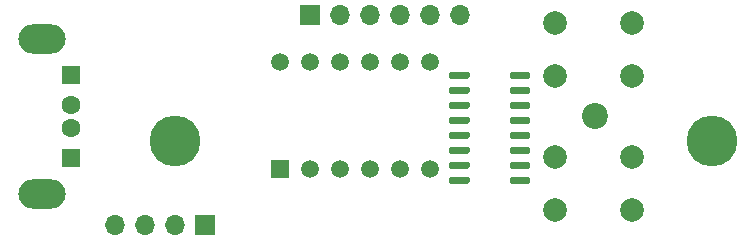
<source format=gbs>
%TF.GenerationSoftware,KiCad,Pcbnew,(5.1.12)-1*%
%TF.CreationDate,2023-03-04T08:28:37+01:00*%
%TF.ProjectId,Front_USB,46726f6e-745f-4555-9342-2e6b69636164,rev?*%
%TF.SameCoordinates,PX548a170PY45a45e8*%
%TF.FileFunction,Soldermask,Bot*%
%TF.FilePolarity,Negative*%
%FSLAX46Y46*%
G04 Gerber Fmt 4.6, Leading zero omitted, Abs format (unit mm)*
G04 Created by KiCad (PCBNEW (5.1.12)-1) date 2023-03-04 08:28:37*
%MOMM*%
%LPD*%
G01*
G04 APERTURE LIST*
%ADD10O,4.000000X2.500000*%
%ADD11R,1.600000X1.600000*%
%ADD12C,1.600000*%
%ADD13C,2.200000*%
%ADD14C,4.300000*%
%ADD15C,1.500000*%
%ADD16R,1.500000X1.500000*%
%ADD17O,1.700000X1.700000*%
%ADD18R,1.700000X1.700000*%
%ADD19C,2.000000*%
G04 APERTURE END LIST*
D10*
%TO.C,J1*%
X4231000Y17690000D03*
X4231000Y4550000D03*
D11*
X6731000Y14620000D03*
D12*
X6731000Y12120000D03*
X6731000Y10120000D03*
D11*
X6731000Y7620000D03*
%TD*%
D13*
%TO.C,H3*%
X51054000Y11112500D03*
%TD*%
D14*
%TO.C,H2*%
X60960000Y9017000D03*
%TD*%
%TO.C,H1*%
X15494000Y9017000D03*
%TD*%
D15*
%TO.C,DISP1*%
X24384000Y15684500D03*
X26924000Y15684500D03*
X29464000Y15684500D03*
X32004000Y15684500D03*
X34544000Y15684500D03*
X37084000Y15684500D03*
X37084000Y6667500D03*
X34544000Y6667500D03*
X32004000Y6667500D03*
X29464000Y6667500D03*
X26924000Y6667500D03*
D16*
X24384000Y6667500D03*
%TD*%
D17*
%TO.C,J3*%
X39624000Y19685000D03*
X37084000Y19685000D03*
X34544000Y19685000D03*
X32004000Y19685000D03*
X29464000Y19685000D03*
D18*
X26924000Y19685000D03*
%TD*%
D17*
%TO.C,J2*%
X10414000Y1905000D03*
X12954000Y1905000D03*
X15494000Y1905000D03*
D18*
X18034000Y1905000D03*
%TD*%
%TO.C,U1*%
G36*
G01*
X40464000Y14755000D02*
X40464000Y14455000D01*
G75*
G02*
X40314000Y14305000I-150000J0D01*
G01*
X38864000Y14305000D01*
G75*
G02*
X38714000Y14455000I0J150000D01*
G01*
X38714000Y14755000D01*
G75*
G02*
X38864000Y14905000I150000J0D01*
G01*
X40314000Y14905000D01*
G75*
G02*
X40464000Y14755000I0J-150000D01*
G01*
G37*
G36*
G01*
X40464000Y13485000D02*
X40464000Y13185000D01*
G75*
G02*
X40314000Y13035000I-150000J0D01*
G01*
X38864000Y13035000D01*
G75*
G02*
X38714000Y13185000I0J150000D01*
G01*
X38714000Y13485000D01*
G75*
G02*
X38864000Y13635000I150000J0D01*
G01*
X40314000Y13635000D01*
G75*
G02*
X40464000Y13485000I0J-150000D01*
G01*
G37*
G36*
G01*
X40464000Y12215000D02*
X40464000Y11915000D01*
G75*
G02*
X40314000Y11765000I-150000J0D01*
G01*
X38864000Y11765000D01*
G75*
G02*
X38714000Y11915000I0J150000D01*
G01*
X38714000Y12215000D01*
G75*
G02*
X38864000Y12365000I150000J0D01*
G01*
X40314000Y12365000D01*
G75*
G02*
X40464000Y12215000I0J-150000D01*
G01*
G37*
G36*
G01*
X40464000Y10945000D02*
X40464000Y10645000D01*
G75*
G02*
X40314000Y10495000I-150000J0D01*
G01*
X38864000Y10495000D01*
G75*
G02*
X38714000Y10645000I0J150000D01*
G01*
X38714000Y10945000D01*
G75*
G02*
X38864000Y11095000I150000J0D01*
G01*
X40314000Y11095000D01*
G75*
G02*
X40464000Y10945000I0J-150000D01*
G01*
G37*
G36*
G01*
X40464000Y9675000D02*
X40464000Y9375000D01*
G75*
G02*
X40314000Y9225000I-150000J0D01*
G01*
X38864000Y9225000D01*
G75*
G02*
X38714000Y9375000I0J150000D01*
G01*
X38714000Y9675000D01*
G75*
G02*
X38864000Y9825000I150000J0D01*
G01*
X40314000Y9825000D01*
G75*
G02*
X40464000Y9675000I0J-150000D01*
G01*
G37*
G36*
G01*
X40464000Y8405000D02*
X40464000Y8105000D01*
G75*
G02*
X40314000Y7955000I-150000J0D01*
G01*
X38864000Y7955000D01*
G75*
G02*
X38714000Y8105000I0J150000D01*
G01*
X38714000Y8405000D01*
G75*
G02*
X38864000Y8555000I150000J0D01*
G01*
X40314000Y8555000D01*
G75*
G02*
X40464000Y8405000I0J-150000D01*
G01*
G37*
G36*
G01*
X40464000Y7135000D02*
X40464000Y6835000D01*
G75*
G02*
X40314000Y6685000I-150000J0D01*
G01*
X38864000Y6685000D01*
G75*
G02*
X38714000Y6835000I0J150000D01*
G01*
X38714000Y7135000D01*
G75*
G02*
X38864000Y7285000I150000J0D01*
G01*
X40314000Y7285000D01*
G75*
G02*
X40464000Y7135000I0J-150000D01*
G01*
G37*
G36*
G01*
X40464000Y5865000D02*
X40464000Y5565000D01*
G75*
G02*
X40314000Y5415000I-150000J0D01*
G01*
X38864000Y5415000D01*
G75*
G02*
X38714000Y5565000I0J150000D01*
G01*
X38714000Y5865000D01*
G75*
G02*
X38864000Y6015000I150000J0D01*
G01*
X40314000Y6015000D01*
G75*
G02*
X40464000Y5865000I0J-150000D01*
G01*
G37*
G36*
G01*
X45614000Y5865000D02*
X45614000Y5565000D01*
G75*
G02*
X45464000Y5415000I-150000J0D01*
G01*
X44014000Y5415000D01*
G75*
G02*
X43864000Y5565000I0J150000D01*
G01*
X43864000Y5865000D01*
G75*
G02*
X44014000Y6015000I150000J0D01*
G01*
X45464000Y6015000D01*
G75*
G02*
X45614000Y5865000I0J-150000D01*
G01*
G37*
G36*
G01*
X45614000Y7135000D02*
X45614000Y6835000D01*
G75*
G02*
X45464000Y6685000I-150000J0D01*
G01*
X44014000Y6685000D01*
G75*
G02*
X43864000Y6835000I0J150000D01*
G01*
X43864000Y7135000D01*
G75*
G02*
X44014000Y7285000I150000J0D01*
G01*
X45464000Y7285000D01*
G75*
G02*
X45614000Y7135000I0J-150000D01*
G01*
G37*
G36*
G01*
X45614000Y8405000D02*
X45614000Y8105000D01*
G75*
G02*
X45464000Y7955000I-150000J0D01*
G01*
X44014000Y7955000D01*
G75*
G02*
X43864000Y8105000I0J150000D01*
G01*
X43864000Y8405000D01*
G75*
G02*
X44014000Y8555000I150000J0D01*
G01*
X45464000Y8555000D01*
G75*
G02*
X45614000Y8405000I0J-150000D01*
G01*
G37*
G36*
G01*
X45614000Y9675000D02*
X45614000Y9375000D01*
G75*
G02*
X45464000Y9225000I-150000J0D01*
G01*
X44014000Y9225000D01*
G75*
G02*
X43864000Y9375000I0J150000D01*
G01*
X43864000Y9675000D01*
G75*
G02*
X44014000Y9825000I150000J0D01*
G01*
X45464000Y9825000D01*
G75*
G02*
X45614000Y9675000I0J-150000D01*
G01*
G37*
G36*
G01*
X45614000Y10945000D02*
X45614000Y10645000D01*
G75*
G02*
X45464000Y10495000I-150000J0D01*
G01*
X44014000Y10495000D01*
G75*
G02*
X43864000Y10645000I0J150000D01*
G01*
X43864000Y10945000D01*
G75*
G02*
X44014000Y11095000I150000J0D01*
G01*
X45464000Y11095000D01*
G75*
G02*
X45614000Y10945000I0J-150000D01*
G01*
G37*
G36*
G01*
X45614000Y12215000D02*
X45614000Y11915000D01*
G75*
G02*
X45464000Y11765000I-150000J0D01*
G01*
X44014000Y11765000D01*
G75*
G02*
X43864000Y11915000I0J150000D01*
G01*
X43864000Y12215000D01*
G75*
G02*
X44014000Y12365000I150000J0D01*
G01*
X45464000Y12365000D01*
G75*
G02*
X45614000Y12215000I0J-150000D01*
G01*
G37*
G36*
G01*
X45614000Y13485000D02*
X45614000Y13185000D01*
G75*
G02*
X45464000Y13035000I-150000J0D01*
G01*
X44014000Y13035000D01*
G75*
G02*
X43864000Y13185000I0J150000D01*
G01*
X43864000Y13485000D01*
G75*
G02*
X44014000Y13635000I150000J0D01*
G01*
X45464000Y13635000D01*
G75*
G02*
X45614000Y13485000I0J-150000D01*
G01*
G37*
G36*
G01*
X45614000Y14755000D02*
X45614000Y14455000D01*
G75*
G02*
X45464000Y14305000I-150000J0D01*
G01*
X44014000Y14305000D01*
G75*
G02*
X43864000Y14455000I0J150000D01*
G01*
X43864000Y14755000D01*
G75*
G02*
X44014000Y14905000I150000J0D01*
G01*
X45464000Y14905000D01*
G75*
G02*
X45614000Y14755000I0J-150000D01*
G01*
G37*
%TD*%
D19*
%TO.C,SW2*%
X47729000Y3175000D03*
X47729000Y7675000D03*
X54229000Y3175000D03*
X54229000Y7675000D03*
%TD*%
%TO.C,SW1*%
X47729000Y14541500D03*
X47729000Y19041500D03*
X54229000Y14541500D03*
X54229000Y19041500D03*
%TD*%
M02*

</source>
